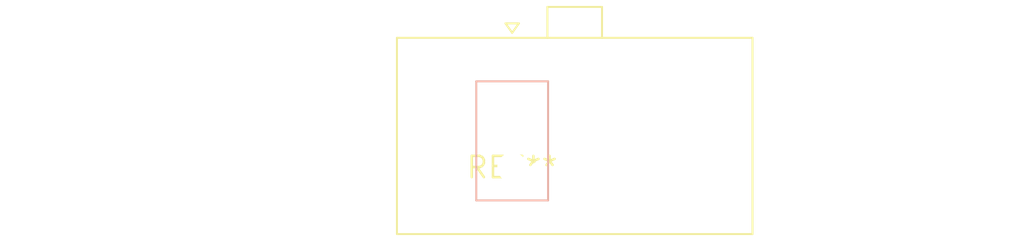
<source format=kicad_pcb>
(kicad_pcb (version 20240108) (generator pcbnew)
  (layers (0 "F.Cu" signal) (31 "B.Cu" signal) (34 "B.Paste" user) (35 "F.Paste" user) (36 "B.SilkS" user "B.Silkscreen") (37 "F.SilkS" user "F.Silkscreen") (38 "B.Mask" user) (39 "F.Mask" user) (44 "Edge.Cuts" user))
  (net 0 "")
  (footprint "Molex_Sabre_43160-2102_1x02_P7.49mm_Vertical_ThermalVias" (layer "F.Cu") (at 0 0)
    (property "Reference" "REF**")
    (property "Value" "Molex_Sabre_43160-2102_1x02_P7.49mm_Vertical_ThermalVias")
    (fp_line (start -2.15 -5.155) (end -2.15 1.975) (layer "B.SilkS") (stroke (width 0.12)))
    (fp_line (start -2.15 1.975) (end 2.15 1.975) (layer "B.SilkS") (stroke (width 0.12)))
    (fp_line (start 2.15 -5.155) (end -2.15 -5.155) (layer "B.SilkS") (stroke (width 0.12)))
    (fp_line (start 2.15 1.975) (end 2.15 -5.155) (layer "B.SilkS") (stroke (width 0.12)))
    (fp_line (start -6.9 -7.76) (end -6.9 3.99) (layer "F.SilkS") (stroke (width 0.12)))
    (fp_line (start -6.9 3.99) (end 14.39 3.99) (layer "F.SilkS") (stroke (width 0.12)))
    (fp_line (start -0.4 -8.625685) (end 0 -8.06) (layer "F.SilkS") (stroke (width 0.12)))
    (fp_line (start 0 -8.06) (end 0.4 -8.625685) (layer "F.SilkS") (stroke (width 0.12)))
    (fp_line (start 0.4 -8.625685) (end -0.4 -8.625685) (layer "F.SilkS") (stroke (width 0.12)))
    (fp_line (start 2.11 -9.61) (end 5.38 -9.61) (layer "F.SilkS") (stroke (width 0.12)))
    (fp_line (start 2.11 -7.76) (end 2.11 -9.61) (layer "F.SilkS") (stroke (width 0.12)))
    (fp_line (start 5.38 -9.61) (end 5.38 -7.76) (layer "F.SilkS") (stroke (width 0.12)))
    (fp_line (start 14.39 -7.76) (end -6.9 -7.76) (layer "F.SilkS") (stroke (width 0.12)))
    (fp_line (start 14.39 3.99) (end 14.39 -7.76) (layer "F.SilkS") (stroke (width 0.12)))
    (pad "" thru_hole circle (at -4.75 -3.43) (size 4 4) (drill 3) (layers *.Cu *.Mask) (remove_unused_layers))
    (pad "" thru_hole circle (at 12.24 -3.43) (size 4 4) (drill 3) (layers *.Cu *.Mask) (remove_unused_layers))
    (pad "1" thru_hole rect (at -1.44 -4.445) (size 0.6 0.6) (drill 0.3) (layers *.Cu *.Mask) (remove_unused_layers))
    (pad "1" thru_hole rect (at -1.44 -3.0175) (size 0.6 0.6) (drill 0.3) (layers *.Cu *.Mask) (remove_unused_layers))
    (pad "1" thru_hole rect (at -1.44 -1.59) (size 0.6 0.6) (drill 0.3) (layers *.Cu *.Mask) (remove_unused_layers))
    (pad "1" thru_hole rect (at -1.44 -0.1625) (size 0.6 0.6) (drill 0.3) (layers *.Cu *.Mask) (remove_unused_layers))
    (pad "1" thru_hole rect (at -1.44 1.265) (size 0.6 0.6) (drill 0.3) (layers *.Cu *.Mask) (remove_unused_layers))
    (pad "1" thru_hole rect (at 0 -4.445) (size 0.6 0.6) (drill 0.3) (layers *.Cu *.Mask) (remove_unused_layers))
    (pad "1" thru_hole rect (at 0 -3.18) (size 3.78 3.43) (drill 1.78) (layers *.Cu *.Mask) (remove_unused_layers))
    (pad "1" thru_hole rect (at 0 -1.59) (size 0.6 0.6) (drill 0.3) (layers *.Cu *.Mask) (remove_unused_layers))
    (pad "1" thru_hole rect (at 0 0) (size 3.78 3.43) (drill 1.78) (layers *.Cu *.Mask) (remove_unused_layers))
    (pad "1" thru_hole rect (at 0 1.265) (size 0.6 0.6) (drill 0.3) (layers *.Cu *.Mask) (remove_unused_layers))
    (pad "1" thru_hole rect (at 1.44 -4.445) (size 0.6 0.6) (drill 0.3) (layers *.Cu *.Mask) (remove_unused_layers))
    (pad "1" thru_hole rect (at 1.44 -3.0175) (size 0.6 0.6) (drill 0.3) (layers *.Cu *.Mask) (remove_unused_layers))
    (pad "1" thru_hole rect (at 1.44 -1.59) (size 0.6 0.6) (drill 0.3) (layers *.Cu *.Mask) (remove_unused_layers))
    (pad "1" thru_hole rect (at 1.44 -0.1625) (size 0.6 0.6) (drill 0.3) (layers *.Cu *.Mask) (remove_unused_layers))
    (pad "1" thru_hole rect (at 1.44 1.265) (size 0.6 0.6) (drill 0.3) (layers *.Cu *.Mask) (remove_unused_layers))
    (pad "2" thru_hole circle (at 6.05 -4.445) (size 0.6 0.6) (drill 0.3) (layers *.Cu *.Mask) (remove_unused_layers))
    (pad "2" thru_hole circle (at 6.05 -3.0175) (size 0.6 0.6) (drill 0.3) (layers *.Cu *.Mask) (remove_unused_layers))
    (pad "2" thru_hole circle (at 6.05 -1.59) (size 0.6 0.6) (drill 0.3) (layers *.Cu *.Mask) (remove_unused_layers))
    (pad "2" thru_hole circle (at 6.05 -0.1625) (size 0.6 0.6) (drill 0.3) (layers *.Cu *.Mask) (remove_unused_layers))
    (pad "2" thru_hole circle (at 6.05 1.265) (size 0.6 0.6) (drill 0.3) (layers *.Cu *.Mask) (remove_unused_layers))
    (pad "2" thru_hole circle (at 7.49 -4.445) (size 0.6 0.6) (drill 0.3) (layers *.Cu *.Mask) (remove_unused_layers))
    (pad "2" thru_hole rect (at 7.49 -3.18) (size 3.78 3.43) (drill 1.78) (layers *.Cu *.Mask) (remove_unused_layers))
    (pad "2" thru_hole circle (at 7.49 -1.59) (size 0.6 0.6) (drill 0.3) (layers *.Cu *.Mask) (remove_unused_layers))
    (pad "2" thru_hole rect (at 7.49 0) (size 3.78 3.43) (drill 1.78) (layers *.Cu *.Mask) (remove_unused_layers))
    (pad "2" thru_hole circle (at 7.49 1.265) (size 0.6 0.6) (drill 0.3) (layers *.Cu *.Mask) (remove_unused_layers))
    (pad "2" thru_hole circle (at 8.93 -4.445) (size 0.6 0.6) (drill 0.3) (layers *.Cu *.Mask) (remove_unused_layers))
    (pad "2" thru_hole circle (at 8.93 -3.0175) (size 0.6 0.6) (drill 0.3) (layers *.Cu *.Mask) (remove_unused_layers))
    (pad "2" thru_hole circle (at 8.93 -1.59) (size 0.6 0.6) (drill 0.3) (layers *.Cu *.Mask) (remove_unused_layers))
    (pad "2" thru_hole circle (at 8.93 -0.1625) (size 0.6 0.6) (drill 0.3) (layers *.Cu *.Mask) (remove_unused_layers))
    (pad "2" thru_hole circle (at 8.93 1.265) (size 0.6 0.6) (drill 0.3) (layers *.Cu *.Mask) (remove_unused_layers))
  )
)
</source>
